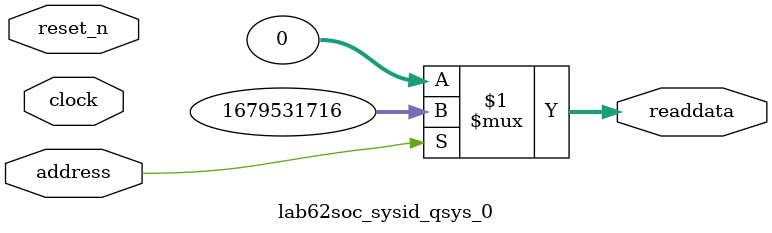
<source format=v>



// synthesis translate_off
`timescale 1ns / 1ps
// synthesis translate_on

// turn off superfluous verilog processor warnings 
// altera message_level Level1 
// altera message_off 10034 10035 10036 10037 10230 10240 10030 

module lab62soc_sysid_qsys_0 (
               // inputs:
                address,
                clock,
                reset_n,

               // outputs:
                readdata
             )
;

  output  [ 31: 0] readdata;
  input            address;
  input            clock;
  input            reset_n;

  wire    [ 31: 0] readdata;
  //control_slave, which is an e_avalon_slave
  assign readdata = address ? 1679531716 : 0;

endmodule



</source>
